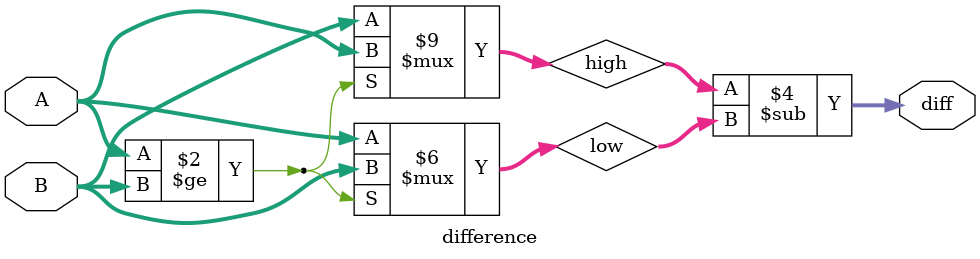
<source format=v>
`timescale 1ns / 1ps
module difference(
    input [15:0] A,
    input [15:0] B,
    output reg [15:0] diff
);

reg [15:0] high;
reg [15:0] low;

// Compare A and B to determine the higher and lower numbers
always @* begin
    if (A >= B) begin
        high = A;
        low = B;
    end else begin
        high = B;
        low = A;
    end
end

// Calculate the difference between the higher and lower numbers
always @* begin
    diff = high - low;
end

endmodule

</source>
